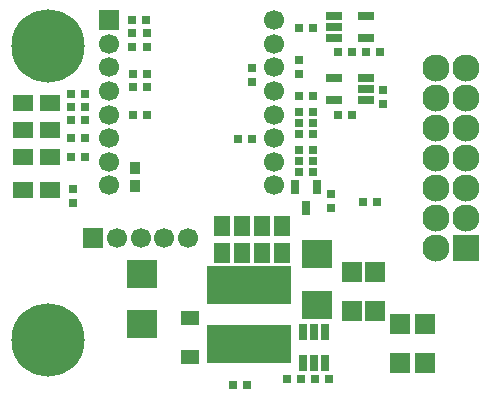
<source format=gts>
%FSLAX25Y25*MOMM*%
%IR0*IPPOS*OFA0.00000B0.00000*MIA0B0*SFA1.00000B1.00000*%
%ADD22R,.7X1.4*%
%ADD23R,1.4X.7*%
%ADD21R,.762X1.143*%
%ADD17R,.9144X1.016*%
%ADD18R,1.5X1.2*%
%ADD19R,7.2X3.2*%
%ADD16R,2.6X2.4*%
%ADD25C,2.3*%
%ADD13R,.7X.7*%
%ADD15R,.7X.7*%
%ADD14C,1.7*%
%ADD10C,6.2*%
%ADD26R,2.3X2.3*%
%ADD12R,1.7X1.7*%
%ADD20R,1.4224X1.6764*%
%ADD11R,1.6764X1.4224*%
%ADD24R,1.6764X1.6764*%
%LPD*%
G75*
G54D10*
X2559050Y1504950D03*
Y3994150D03*
G54D11*
X2343150Y3054350D03*
Y2774950D03*
Y3282950D03*
Y3511550D03*
X2571750Y3054350D03*
Y2774950D03*
Y3282950D03*
Y3511550D03*
G54D20*
X4025900Y2241550D03*
Y2470150D03*
X4368800Y2241550D03*
X4197350D03*
X4368800Y2470150D03*
X4197350D03*
X4540250Y2241550D03*
Y2470150D03*
G54D12*
X2940050Y2368550D03*
X3073400Y4210050D03*
G54D21*
X4646930Y2794000D03*
X4743450Y2616200D03*
X4837430Y2794000D03*
G54D13*
X2768600Y2658100D03*
Y2777500D03*
X3270250Y3985250D03*
Y4104650D03*
X3390900Y3985250D03*
Y4104650D03*
X4279900Y3686800D03*
Y3806200D03*
X4679950Y3750300D03*
Y3869700D03*
X4953000Y2620000D03*
Y2739400D03*
X5391150Y3502650D03*
Y3622050D03*
G54D22*
X4806950Y1302950D03*
X4711950D03*
X4901950D03*
X4806950Y1572950D03*
X4711950D03*
X4901950D03*
G54D14*
X3073400Y2810050D03*
Y3010050D03*
Y3210050D03*
Y3410050D03*
Y3610050D03*
Y3810050D03*
Y4010050D03*
X3340050Y2368550D03*
X3140050D03*
X3740050D03*
X3540050D03*
X4473400Y3010050D03*
Y2810050D03*
Y3410050D03*
Y3210050D03*
Y3610050D03*
Y4010050D03*
Y3810050D03*
Y4210050D03*
G54D23*
X4980250Y3530850D03*
Y3720850D03*
X4979600Y4152900D03*
Y4247900D03*
Y4057900D03*
X5250250Y3625850D03*
Y3530850D03*
Y3720850D03*
X5249600Y4247900D03*
Y4057900D03*
G54D24*
X5327650Y1746250D03*
X5130800D03*
X5327650Y2076450D03*
X5130800D03*
X5746750Y1308100D03*
X5537200D03*
X5746750Y1638300D03*
X5537200D03*
G54D15*
X2872750Y3054350D03*
X2753350D03*
X2872750Y3213100D03*
X2753350D03*
X2872750Y3365500D03*
X2753350D03*
X2872750Y3473450D03*
X2753350D03*
X2872750Y3581400D03*
X2753350D03*
X3274050Y3644900D03*
Y3409950D03*
Y3752850D03*
X3267700Y4210050D03*
X3393450Y3644900D03*
Y3409950D03*
Y3752850D03*
X3387100Y4210050D03*
X4124950Y1117600D03*
X4244350D03*
X4282450Y3206750D03*
X4163050D03*
X4582150Y1174750D03*
X4701550D03*
X4677400Y3016250D03*
Y2921000D03*
Y3111500D03*
Y3244850D03*
Y3340100D03*
Y3568700D03*
Y3435350D03*
Y4146550D03*
X4936500Y1174750D03*
X4817100D03*
X4796800Y3016250D03*
Y2921000D03*
Y3111500D03*
Y3244850D03*
Y3340100D03*
X5007600Y3403600D03*
X4796800Y3568700D03*
Y3435350D03*
X5007600Y3937000D03*
X4796800Y4146550D03*
X5342900Y2673350D03*
X5223500D03*
X5127000Y3403600D03*
Y3937000D03*
X5248900D03*
X5368300D03*
G54D25*
X5842000Y2279650D03*
Y2533650D03*
X6096000D03*
X5842000Y3041650D03*
X6096000D03*
X5842000Y2787650D03*
X6096000D03*
X5842000Y3295650D03*
X6096000D03*
X5842000Y3549650D03*
X6096000D03*
X5842000Y3803650D03*
X6096000D03*
G54D16*
X3352800Y1633750D03*
Y2063750D03*
X4832350Y1797050D03*
Y2227050D03*
G54D26*
X6096000Y2279650D03*
G54D17*
X3289300Y2806700D03*
Y2959100D03*
G54D18*
X3759200Y1361500D03*
Y1686500D03*
G54D19*
X4254500Y1464500D03*
Y1964500D03*
M02*

</source>
